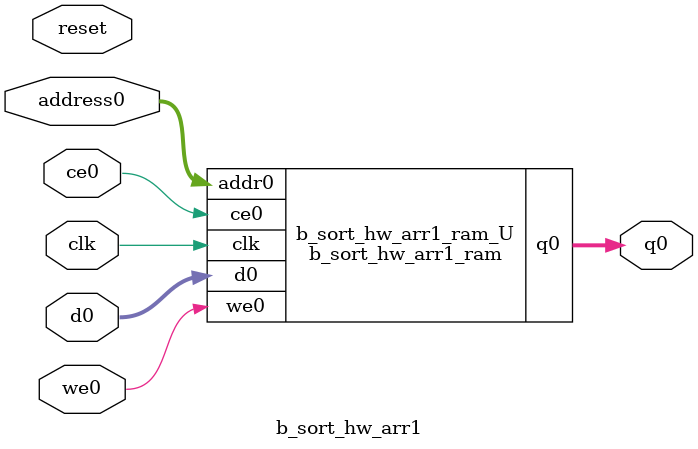
<source format=v>
`timescale 1 ns / 1 ps
module b_sort_hw_arr1_ram (addr0, ce0, d0, we0, q0,  clk);

parameter DWIDTH = 32;
parameter AWIDTH = 4;
parameter MEM_SIZE = 10;

input[AWIDTH-1:0] addr0;
input ce0;
input[DWIDTH-1:0] d0;
input we0;
output reg[DWIDTH-1:0] q0;
input clk;

(* ram_style = "distributed" *)reg [DWIDTH-1:0] ram[0:MEM_SIZE-1];




always @(posedge clk)  
begin 
    if (ce0) 
    begin
        if (we0) 
        begin 
            ram[addr0] <= d0; 
        end 
        q0 <= ram[addr0];
    end
end


endmodule

`timescale 1 ns / 1 ps
module b_sort_hw_arr1(
    reset,
    clk,
    address0,
    ce0,
    we0,
    d0,
    q0);

parameter DataWidth = 32'd32;
parameter AddressRange = 32'd10;
parameter AddressWidth = 32'd4;
input reset;
input clk;
input[AddressWidth - 1:0] address0;
input ce0;
input we0;
input[DataWidth - 1:0] d0;
output[DataWidth - 1:0] q0;



b_sort_hw_arr1_ram b_sort_hw_arr1_ram_U(
    .clk( clk ),
    .addr0( address0 ),
    .ce0( ce0 ),
    .we0( we0 ),
    .d0( d0 ),
    .q0( q0 ));

endmodule


</source>
